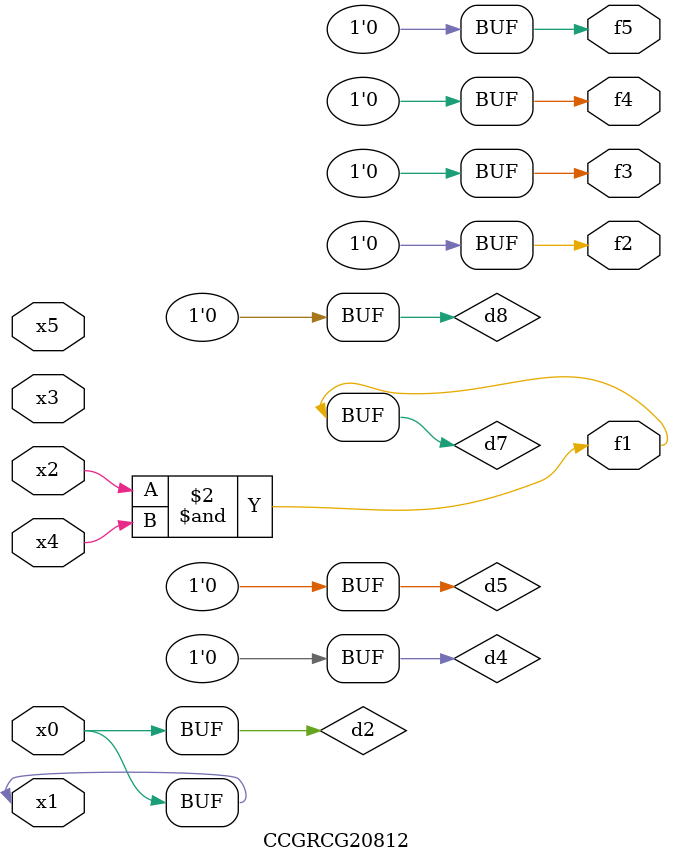
<source format=v>
module CCGRCG20812(
	input x0, x1, x2, x3, x4, x5,
	output f1, f2, f3, f4, f5
);

	wire d1, d2, d3, d4, d5, d6, d7, d8, d9;

	nand (d1, x1);
	buf (d2, x0, x1);
	nand (d3, x2, x4);
	and (d4, d1, d2);
	and (d5, d1, d2);
	nand (d6, d1, d3);
	not (d7, d3);
	xor (d8, d5);
	nor (d9, d5, d6);
	assign f1 = d7;
	assign f2 = d8;
	assign f3 = d8;
	assign f4 = d8;
	assign f5 = d8;
endmodule

</source>
